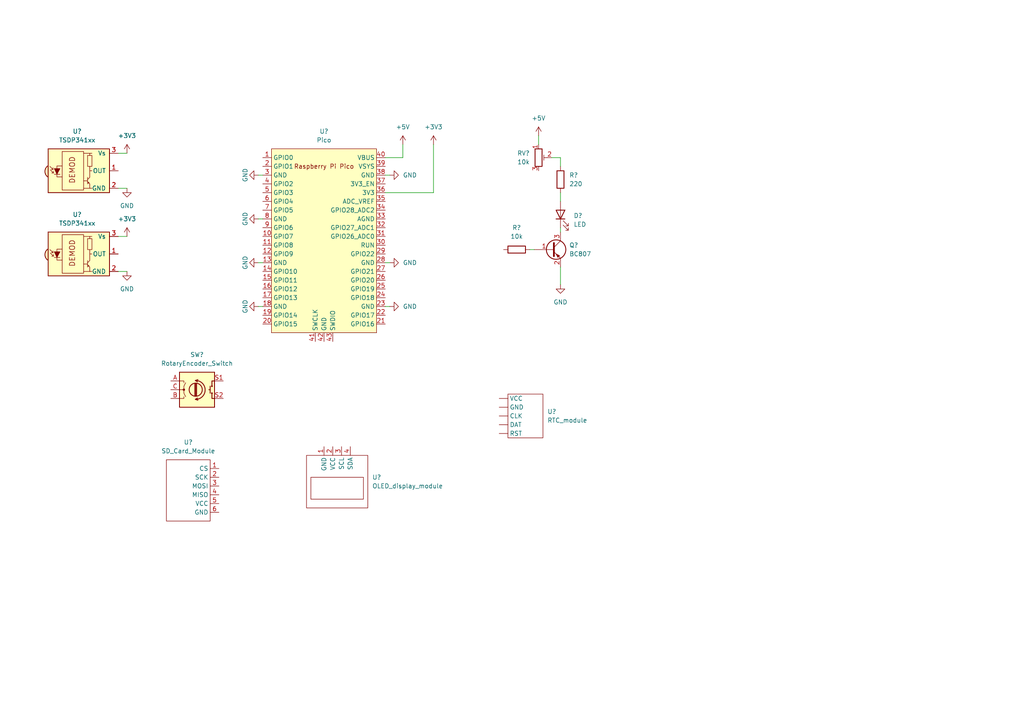
<source format=kicad_sch>
(kicad_sch (version 20211123) (generator eeschema)
  (paper "A4")
  (lib_symbols
    (symbol "Device:LED" (pin_numbers hide) (pin_names (offset 1.016) hide)
      (property "Reference" "D" (at 0 2.54 0))
      (property "Value" "LED" (at 0 -2.54 0))
      (symbol "LED_0_1"
        (polyline (pts (xy -1.27 -1.27) (xy -1.27 1.27)) (stroke (width 0.254)))
        (polyline (pts (xy -1.27 0) (xy 1.27 0)))
        (polyline (pts (xy 1.27 -1.27) (xy 1.27 1.27) (xy -1.27 0) (xy 1.27 -1.27)) (stroke (width 0.254)))
        (polyline (pts (xy -3.048 -0.762) (xy -4.572 -2.286) (xy -3.81 -2.286) (xy -4.572 -2.286) (xy -4.572 -1.524)))
        (polyline (pts (xy -1.778 -0.762) (xy -3.302 -2.286) (xy -2.54 -2.286) (xy -3.302 -2.286) (xy -3.302 -1.524)))
      )
      (symbol "LED_1_1"
        (pin passive line (at -3.81 0 0) (length 2.54) (name "K") (number "1"))
        (pin passive line (at 3.81 0 180) (length 2.54) (name "A") (number "2"))
      )
    )
    (symbol "Device:R" (pin_numbers hide) (pin_names (offset 0))
      (property "Reference" "R" (at 2.032 0 90))
      (property "Value" "R" (at 0 0 90))
      (symbol "R_0_1"
        (rectangle (start -1.016 -2.54) (end 1.016 2.54) (stroke (width 0.254)))
      )
      (symbol "R_1_1"
        (pin passive line (at 0 3.81 270) (length 1.27) (name "~") (number "1"))
        (pin passive line (at 0 -3.81 90) (length 1.27) (name "~") (number "2"))
      )
    )
    (symbol "Device:R_Potentiometer_Trim" (pin_names (offset 1.016) hide)
      (property "Reference" "RV" (at -4.445 0 90))
      (property "Value" "R_Potentiometer_Trim" (at -2.54 0 90))
      (symbol "R_Potentiometer_Trim_0_1"
        (polyline (pts (xy 1.524 0.762) (xy 1.524 -0.762)))
        (polyline (pts (xy 2.54 0) (xy 1.524 0)))
        (rectangle (start 1.016 2.54) (end -1.016 -2.54) (stroke (width 0.254)))
      )
      (symbol "R_Potentiometer_Trim_1_1"
        (pin passive line (at 0 3.81 270) (length 1.27) (name "1") (number "1"))
        (pin passive line (at 3.81 0 180) (length 1.27) (name "2") (number "2"))
        (pin passive line (at 0 -3.81 90) (length 1.27) (name "3") (number "3"))
      )
    )
    (symbol "Device:RotaryEncoder_Switch" (pin_names (offset 0.254) hide)
      (property "Reference" "SW" (at 0 6.604 0))
      (property "Value" "RotaryEncoder_Switch" (at 0 -6.604 0))
      (symbol "RotaryEncoder_Switch_0_1"
        (rectangle (start -5.08 5.08) (end 5.08 -5.08) (stroke (width 0.254)) (fill (type background)))
        (circle (center -3.81 0) (radius 0.254) (fill (type outline)))
        (arc (start -0.381 -2.794) (mid 2.3622 -0.0508) (end -0.381 2.667) (stroke (width 0.254)))
        (circle (center -0.381 0) (radius 1.905) (stroke (width 0.254)))
        (polyline (pts (xy -0.635 -1.778) (xy -0.635 1.778)) (stroke (width 0.254)))
        (polyline (pts (xy -0.381 -1.778) (xy -0.381 1.778)) (stroke (width 0.254)))
        (polyline (pts (xy -0.127 1.778) (xy -0.127 -1.778)) (stroke (width 0.254)))
        (polyline (pts (xy 3.81 0) (xy 3.429 0)) (stroke (width 0.254)))
        (polyline (pts (xy 3.81 1.016) (xy 3.81 -1.016)) (stroke (width 0.254)))
        (polyline (pts (xy -5.08 -2.54) (xy -3.81 -2.54) (xy -3.81 -2.032)))
        (polyline (pts (xy -5.08 2.54) (xy -3.81 2.54) (xy -3.81 2.032)))
        (polyline (pts (xy 0.254 -3.048) (xy -0.508 -2.794) (xy 0.127 -2.413)) (stroke (width 0.254)))
        (polyline (pts (xy 0.254 2.921) (xy -0.508 2.667) (xy 0.127 2.286)) (stroke (width 0.254)))
        (polyline (pts (xy 5.08 -2.54) (xy 4.318 -2.54) (xy 4.318 -1.016)) (stroke (width 0.254)))
        (polyline (pts (xy 5.08 2.54) (xy 4.318 2.54) (xy 4.318 1.016)) (stroke (width 0.254)))
        (polyline (pts (xy -5.08 0) (xy -3.81 0) (xy -3.81 -1.016) (xy -3.302 -2.032)))
        (polyline (pts (xy -4.318 0) (xy -3.81 0) (xy -3.81 1.016) (xy -3.302 2.032)))
        (circle (center 4.318 -1.016) (radius 0.127) (stroke (width 0.254)))
        (circle (center 4.318 1.016) (radius 0.127) (stroke (width 0.254)))
      )
      (symbol "RotaryEncoder_Switch_1_1"
        (pin passive line (at -7.62 2.54 0) (length 2.54) (name "A") (number "A"))
        (pin passive line (at -7.62 -2.54 0) (length 2.54) (name "B") (number "B"))
        (pin passive line (at -7.62 0 0) (length 2.54) (name "C") (number "C"))
        (pin passive line (at 7.62 2.54 180) (length 2.54) (name "S1") (number "S1"))
        (pin passive line (at 7.62 -2.54 180) (length 2.54) (name "S2") (number "S2"))
      )
    )
    (symbol "Interface_Optical:TSDP341xx" (pin_names (offset 1.016))
      (property "Reference" "U" (at -10.16 7.62 0))
      (property "Value" "TSDP341xx" (at -10.16 -7.62 0))
      (symbol "TSDP341xx_0_0"
        (arc (start -10.287 1.397) (mid -11.0899 -0.1852) (end -10.287 -1.778) (stroke (width 0.254)) (fill (type background)))
        (polyline (pts (xy 1.905 -5.08) (xy 0.127 -5.08)))
        (polyline (pts (xy 1.905 5.08) (xy 0.127 5.08)))
        (text "DEMOD" (at -3.175 0.254 900) (effects (font (size 1.524 1.524))))
      )
      (symbol "TSDP341xx_0_1"
        (rectangle (start -6.096 5.588) (end 0.127 -5.588))
        (polyline (pts (xy -8.763 0.381) (xy -9.652 1.27)))
        (polyline (pts (xy -8.763 0.381) (xy -9.271 0.381)))
        (polyline (pts (xy -8.763 0.381) (xy -8.763 0.889)))
        (polyline (pts (xy -8.636 -0.635) (xy -9.525 0.254)))
        (polyline (pts (xy -8.636 -0.635) (xy -9.144 -0.635)))
        (polyline (pts (xy -8.636 -0.635) (xy -8.636 -0.127)))
        (polyline (pts (xy -8.382 -1.016) (xy -6.731 -1.016)))
        (polyline (pts (xy 1.27 -2.921) (xy 0.127 -2.921)))
        (polyline (pts (xy 1.27 -1.905) (xy 1.27 -3.81)))
        (polyline (pts (xy 1.397 -3.556) (xy 1.524 -3.556)))
        (polyline (pts (xy 1.651 -3.556) (xy 1.524 -3.556)))
        (polyline (pts (xy 1.651 -3.556) (xy 1.651 -3.302)))
        (polyline (pts (xy 1.905 0) (xy 1.905 1.27)))
        (polyline (pts (xy 1.905 4.445) (xy 1.905 5.08) (xy 2.54 5.08)))
        (polyline (pts (xy -8.382 0.635) (xy -6.731 0.635) (xy -7.62 -1.016) (xy -8.382 0.635)) (fill (type outline)))
        (polyline (pts (xy -6.096 1.397) (xy -7.62 1.397) (xy -7.62 -1.778) (xy -6.096 -1.778)))
        (polyline (pts (xy 1.27 -3.175) (xy 1.905 -3.81) (xy 1.905 -5.08) (xy 2.54 -5.08)))
        (polyline (pts (xy 1.27 -2.54) (xy 1.905 -1.905) (xy 1.905 0) (xy 2.54 0)))
        (rectangle (start 2.54 1.27) (end 1.27 4.445))
        (rectangle (start 7.62 6.35) (end -10.16 -6.35) (stroke (width 0.254)) (fill (type background)))
      )
      (symbol "TSDP341xx_1_1"
        (pin output line (at 10.16 0 180) (length 2.54) (name "OUT") (number "1"))
        (pin power_in line (at 10.16 -5.08 180) (length 2.54) (name "GND") (number "2"))
        (pin power_in line (at 10.16 5.08 180) (length 2.54) (name "Vs") (number "3"))
      )
    )
    (symbol "RPi_Pico:Pico"
      (property "Reference" "U" (at -13.97 27.94 0))
      (property "Value" "Pico" (at 0 19.05 0))
      (symbol "Pico_0_0"
        (text "Raspberry Pi Pico" (at 0 21.59 0) (effects (font (size 1.27 1.27))))
      )
      (symbol "Pico_0_1"
        (rectangle (start -15.24 26.67) (end 15.24 -26.67) (fill (type background)))
      )
      (symbol "Pico_1_1"
        (pin bidirectional line (at -17.78 24.13 0) (length 2.54) (name "GPIO0") (number "1"))
        (pin bidirectional line (at -17.78 1.27 0) (length 2.54) (name "GPIO7") (number "10"))
        (pin bidirectional line (at -17.78 -1.27 0) (length 2.54) (name "GPIO8") (number "11"))
        (pin bidirectional line (at -17.78 -3.81 0) (length 2.54) (name "GPIO9") (number "12"))
        (pin power_in line (at -17.78 -6.35 0) (length 2.54) (name "GND") (number "13"))
        (pin bidirectional line (at -17.78 -8.89 0) (length 2.54) (name "GPIO10") (number "14"))
        (pin bidirectional line (at -17.78 -11.43 0) (length 2.54) (name "GPIO11") (number "15"))
        (pin bidirectional line (at -17.78 -13.97 0) (length 2.54) (name "GPIO12") (number "16"))
        (pin bidirectional line (at -17.78 -16.51 0) (length 2.54) (name "GPIO13") (number "17"))
        (pin power_in line (at -17.78 -19.05 0) (length 2.54) (name "GND") (number "18"))
        (pin bidirectional line (at -17.78 -21.59 0) (length 2.54) (name "GPIO14") (number "19"))
        (pin bidirectional line (at -17.78 21.59 0) (length 2.54) (name "GPIO1") (number "2"))
        (pin bidirectional line (at -17.78 -24.13 0) (length 2.54) (name "GPIO15") (number "20"))
        (pin bidirectional line (at 17.78 -24.13 180) (length 2.54) (name "GPIO16") (number "21"))
        (pin bidirectional line (at 17.78 -21.59 180) (length 2.54) (name "GPIO17") (number "22"))
        (pin power_in line (at 17.78 -19.05 180) (length 2.54) (name "GND") (number "23"))
        (pin bidirectional line (at 17.78 -16.51 180) (length 2.54) (name "GPIO18") (number "24"))
        (pin bidirectional line (at 17.78 -13.97 180) (length 2.54) (name "GPIO19") (number "25"))
        (pin bidirectional line (at 17.78 -11.43 180) (length 2.54) (name "GPIO20") (number "26"))
        (pin bidirectional line (at 17.78 -8.89 180) (length 2.54) (name "GPIO21") (number "27"))
        (pin power_in line (at 17.78 -6.35 180) (length 2.54) (name "GND") (number "28"))
        (pin bidirectional line (at 17.78 -3.81 180) (length 2.54) (name "GPIO22") (number "29"))
        (pin power_in line (at -17.78 19.05 0) (length 2.54) (name "GND") (number "3"))
        (pin input line (at 17.78 -1.27 180) (length 2.54) (name "RUN") (number "30"))
        (pin bidirectional line (at 17.78 1.27 180) (length 2.54) (name "GPIO26_ADC0") (number "31"))
        (pin bidirectional line (at 17.78 3.81 180) (length 2.54) (name "GPIO27_ADC1") (number "32"))
        (pin power_in line (at 17.78 6.35 180) (length 2.54) (name "AGND") (number "33"))
        (pin bidirectional line (at 17.78 8.89 180) (length 2.54) (name "GPIO28_ADC2") (number "34"))
        (pin power_in line (at 17.78 11.43 180) (length 2.54) (name "ADC_VREF") (number "35"))
        (pin power_in line (at 17.78 13.97 180) (length 2.54) (name "3V3") (number "36"))
        (pin input line (at 17.78 16.51 180) (length 2.54) (name "3V3_EN") (number "37"))
        (pin bidirectional line (at 17.78 19.05 180) (length 2.54) (name "GND") (number "38"))
        (pin power_in line (at 17.78 21.59 180) (length 2.54) (name "VSYS") (number "39"))
        (pin bidirectional line (at -17.78 16.51 0) (length 2.54) (name "GPIO2") (number "4"))
        (pin power_in line (at 17.78 24.13 180) (length 2.54) (name "VBUS") (number "40"))
        (pin input line (at -2.54 -29.21 90) (length 2.54) (name "SWCLK") (number "41"))
        (pin power_in line (at 0 -29.21 90) (length 2.54) (name "GND") (number "42"))
        (pin bidirectional line (at 2.54 -29.21 90) (length 2.54) (name "SWDIO") (number "43"))
        (pin bidirectional line (at -17.78 13.97 0) (length 2.54) (name "GPIO3") (number "5"))
        (pin bidirectional line (at -17.78 11.43 0) (length 2.54) (name "GPIO4") (number "6"))
        (pin bidirectional line (at -17.78 8.89 0) (length 2.54) (name "GPIO5") (number "7"))
        (pin power_in line (at -17.78 6.35 0) (length 2.54) (name "GND") (number "8"))
        (pin bidirectional line (at -17.78 3.81 0) (length 2.54) (name "GPIO6") (number "9"))
      )
    )
    (symbol "Transistor_BJT:BC807" (pin_names (offset 0) hide)
      (property "Reference" "Q" (at 5.08 1.905 0))
      (property "Value" "BC807" (at 5.08 0 0))
      (symbol "BC807_0_1"
        (polyline (pts (xy 0.635 0.635) (xy 2.54 2.54)))
        (polyline (pts (xy 0.635 -0.635) (xy 2.54 -2.54) (xy 2.54 -2.54)))
        (polyline (pts (xy 0.635 1.905) (xy 0.635 -1.905) (xy 0.635 -1.905)) (stroke (width 0.508)))
        (polyline (pts (xy 2.286 -1.778) (xy 1.778 -2.286) (xy 1.27 -1.27) (xy 2.286 -1.778) (xy 2.286 -1.778)) (fill (type outline)))
        (circle (center 1.27 0) (radius 2.8194) (stroke (width 0.254)))
      )
      (symbol "BC807_1_1"
        (pin input line (at -5.08 0 0) (length 5.715) (name "B") (number "1"))
        (pin passive line (at 2.54 -5.08 90) (length 2.54) (name "E") (number "2"))
        (pin passive line (at 2.54 5.08 270) (length 2.54) (name "C") (number "3"))
      )
    )
    (symbol "modules:OLED_display_module"
      (property "Reference" "U" (at -8.89 6.35 0))
      (property "Value" "OLED_display_module" (at 1.27 -11.43 0))
      (symbol "OLED_display_module_0_1"
        (rectangle (start -8.89 5.08) (end 8.89 -10.16))
        (rectangle (start -7.62 -1.27) (end 7.62 -7.62))
      )
      (symbol "OLED_display_module_1_1"
        (pin power_in line (at -3.81 7.62 270) (length 2.54) (name "GND") (number "1"))
        (pin power_in line (at -1.27 7.62 270) (length 2.54) (name "VCC") (number "2"))
        (pin input line (at 1.27 7.62 270) (length 2.54) (name "SCL") (number "3"))
        (pin input line (at 3.81 7.62 270) (length 2.54) (name "SDA") (number "4"))
      )
    )
    (symbol "modules:RTC_module"
      (property "Reference" "U" (at -3.81 10.16 0))
      (property "Value" "RTC_module" (at 1.27 7.62 0))
      (symbol "RTC_module_0_1"
        (rectangle (start -5.08 6.35) (end 5.08 -6.35))
      )
      (symbol "RTC_module_1_1"
        (pin input line (at -7.62 0 0) (length 2.54) (name "CLK") (number ""))
        (pin input line (at -7.62 -2.54 0) (length 2.54) (name "DAT") (number ""))
        (pin power_in line (at -7.62 2.54 0) (length 2.54) (name "GND") (number ""))
        (pin input line (at -7.62 -5.08 0) (length 2.54) (name "RST") (number ""))
        (pin power_in line (at -7.62 5.08 0) (length 2.54) (name "VCC") (number ""))
      )
    )
    (symbol "modules:SD_Card_Module"
      (property "Reference" "U" (at -5.08 10.16 0))
      (property "Value" "SD_Card_Module" (at -3.81 0 90))
      (symbol "SD_Card_Module_0_1"
        (rectangle (start -6.35 8.89) (end 6.35 -8.89))
      )
      (symbol "SD_Card_Module_1_1"
        (pin input line (at 8.89 6.35 180) (length 2.54) (name "CS") (number "1"))
        (pin input line (at 8.89 3.81 180) (length 2.54) (name "SCK") (number "2"))
        (pin input line (at 8.89 1.27 180) (length 2.54) (name "MOSI") (number "3"))
        (pin output line (at 8.89 -1.27 180) (length 2.54) (name "MISO") (number "4"))
        (pin power_in line (at 8.89 -3.81 180) (length 2.54) (name "VCC") (number "5"))
        (pin power_in line (at 8.89 -6.35 180) (length 2.54) (name "GND") (number "6"))
      )
    )
    (symbol "power:+3V3" (power) (pin_names (offset 0))
      (property "Value" "+3V3" (at 0 3.556 0))
      (symbol "+3V3_0_1"
        (polyline (pts (xy -0.762 1.27) (xy 0 2.54)))
        (polyline (pts (xy 0 0) (xy 0 2.54)))
        (polyline (pts (xy 0 2.54) (xy 0.762 1.27)))
      )
      (symbol "+3V3_1_1"
        (pin power_in line (at 0 0 90) (length 0) hide (name "+3V3") (number "1"))
      )
    )
    (symbol "power:+5V" (power) (pin_names (offset 0))
      (property "Value" "+5V" (at 0 3.556 0))
      (symbol "+5V_0_1"
        (polyline (pts (xy -0.762 1.27) (xy 0 2.54)))
        (polyline (pts (xy 0 0) (xy 0 2.54)))
        (polyline (pts (xy 0 2.54) (xy 0.762 1.27)))
      )
      (symbol "+5V_1_1"
        (pin power_in line (at 0 0 90) (length 0) hide (name "+5V") (number "1"))
      )
    )
    (symbol "power:GND" (power) (pin_names (offset 0))
      (property "Value" "GND" (at 0 -3.81 0))
      (symbol "GND_0_1"
        (polyline (pts (xy 0 0) (xy 0 -1.27) (xy 1.27 -1.27) (xy 0 -2.54) (xy -1.27 -1.27) (xy 0 -1.27)))
      )
      (symbol "GND_1_1"
        (pin power_in line (at 0 0 270) (length 0) hide (name "GND") (number "1"))
      )
    )
  )
  (wire (pts (xy 111.76 88.9) (xy 113.03 88.9)))
  (wire (pts (xy 74.93 50.8) (xy 76.2 50.8)))
  (wire (pts (xy 162.56 66.04) (xy 162.56 67.31)))
  (wire (pts (xy 74.93 76.2) (xy 76.2 76.2)))
  (wire (pts (xy 160.02 45.72) (xy 162.56 45.72)))
  (wire (pts (xy 162.56 55.88) (xy 162.56 58.42)))
  (wire (pts (xy 162.56 45.72) (xy 162.56 48.26)))
  (wire (pts (xy 34.29 68.58) (xy 36.83 68.58)))
  (wire (pts (xy 156.21 39.37) (xy 156.21 41.91)))
  (wire (pts (xy 111.76 45.72) (xy 116.84 45.72)))
  (wire (pts (xy 111.76 55.88) (xy 125.73 55.88)))
  (wire (pts (xy 74.93 63.5) (xy 76.2 63.5)))
  (wire (pts (xy 162.56 77.47) (xy 162.56 82.55)))
  (wire (pts (xy 34.29 78.74) (xy 36.83 78.74)))
  (wire (pts (xy 116.84 45.72) (xy 116.84 41.91)))
  (wire (pts (xy 153.67 72.39) (xy 154.94 72.39)))
  (wire (pts (xy 111.76 76.2) (xy 113.03 76.2)))
  (wire (pts (xy 34.29 54.61) (xy 36.83 54.61)))
  (wire (pts (xy 74.93 88.9) (xy 76.2 88.9)))
  (wire (pts (xy 34.29 44.45) (xy 36.83 44.45)))
  (wire (pts (xy 111.76 50.8) (xy 113.03 50.8)))
  (wire (pts (xy 125.73 55.88) (xy 125.73 41.91)))
  (symbol (lib_id "power:GND") (at 113.03 88.9 90) (unit 1)
    (property "Reference" "#PWR?" (effects hide))
    (property "Value" "GND" (at 116.84 88.8999 90) (effects (justify right)))
  )
  (symbol (lib_id "power:+3V3") (at 125.73 41.91 0) (unit 1)
    (property "Reference" "#PWR?" (effects hide))
    (property "Value" "+3V3" (at 125.73 36.83 0))
  )
  (symbol (lib_id "power:GND") (at 74.93 63.5 270) (unit 1)
    (property "Reference" "#PWR?" (effects hide))
    (property "Value" "GND" (at 71.12 63.5 0))
  )
  (symbol (lib_id "power:GND") (at 74.93 50.8 270) (unit 1)
    (property "Reference" "#PWR?" (effects hide))
    (property "Value" "GND" (at 71.12 50.8 0))
  )
  (symbol (lib_id "power:GND") (at 36.83 54.61 0) (unit 1)
    (property "Reference" "#PWR?" (effects hide))
    (property "Value" "GND" (at 36.83 59.69 0))
  )
  (symbol (lib_id "Device:R") (at 162.56 52.07 0) (unit 1)
    (property "Reference" "R?" (at 165.1 50.7999 0) (effects (justify left)))
    (property "Value" "220" (at 165.1 53.3399 0) (effects (justify left)))
  )
  (symbol (lib_id "power:GND") (at 162.56 82.55 0) (unit 1)
    (property "Reference" "#PWR?" (effects hide))
    (property "Value" "GND" (at 162.56 87.63 0))
  )
  (symbol (lib_id "power:GND") (at 36.83 78.74 0) (unit 1)
    (property "Reference" "#PWR?" (effects hide))
    (property "Value" "GND" (at 36.83 83.82 0))
  )
  (symbol (lib_id "Device:RotaryEncoder_Switch") (at 57.15 113.03 0) (unit 1)
    (property "Reference" "SW?" (at 57.15 102.87 0))
    (property "Value" "RotaryEncoder_Switch" (at 57.15 105.41 0))
  )
  (symbol (lib_id "power:GND") (at 74.93 88.9 270) (unit 1)
    (property "Reference" "#PWR?" (effects hide))
    (property "Value" "GND" (at 71.12 88.9 0))
  )
  (symbol (lib_id "RPi_Pico:Pico") (at 93.98 69.85 0) (unit 1)
    (property "Reference" "U?" (at 93.98 38.1 0))
    (property "Value" "Pico" (at 93.98 40.64 0))
    (property "Footprint" "RPi_Pico:RPi_Pico_SMD_TH" (effects hide))
  )
  (symbol (lib_id "Device:LED") (at 162.56 62.23 90) (unit 1)
    (property "Reference" "D?" (at 166.37 62.5474 90) (effects (justify right)))
    (property "Value" "LED" (at 166.37 65.0874 90) (effects (justify right)))
  )
  (symbol (lib_id "Interface_Optical:TSDP341xx") (at 24.13 73.66 0) (unit 1)
    (property "Reference" "U?" (at 22.395 62.23 0))
    (property "Value" "TSDP341xx" (at 22.395 64.77 0))
    (property "Footprint" "OptoDevice:Vishay_MOLD-3Pin" (effects hide))
    (property "Datasheet" "http://www.vishay.com/docs/82667/tsdp341.pdf" (effects hide))
  )
  (symbol (lib_id "power:+5V") (at 116.84 41.91 0) (unit 1)
    (property "Reference" "#PWR?" (effects hide))
    (property "Value" "+5V" (at 116.84 36.83 0))
  )
  (symbol (lib_id "Device:R") (at 149.86 72.39 90) (unit 1)
    (property "Reference" "R?" (at 149.86 66.04 90))
    (property "Value" "10k" (at 149.86 68.58 90))
  )
  (symbol (lib_id "modules:RTC_module") (at 152.4 120.65 0) (unit 1)
    (property "Reference" "U?" (at 158.75 119.3799 0) (effects (justify left)))
    (property "Value" "RTC_module" (at 158.75 121.9199 0) (effects (justify left)))
  )
  (symbol (lib_id "power:+3V3") (at 36.83 44.45 0) (unit 1)
    (property "Reference" "#PWR?" (effects hide))
    (property "Value" "+3V3" (at 36.83 39.37 0))
  )
  (symbol (lib_id "power:GND") (at 113.03 50.8 90) (unit 1)
    (property "Reference" "#PWR?" (effects hide))
    (property "Value" "GND" (at 116.84 50.7999 90) (effects (justify right)))
  )
  (symbol (lib_id "power:GND") (at 113.03 76.2 90) (unit 1)
    (property "Reference" "#PWR?" (effects hide))
    (property "Value" "GND" (at 116.84 76.1999 90) (effects (justify right)))
  )
  (symbol (lib_id "power:GND") (at 74.93 76.2 270) (unit 1)
    (property "Reference" "#PWR?" (effects hide))
    (property "Value" "GND" (at 71.12 76.2 0))
  )
  (symbol (lib_id "modules:SD_Card_Module") (at 54.61 142.24 0) (unit 1)
    (property "Reference" "U?" (at 54.61 128.27 0))
    (property "Value" "SD_Card_Module" (at 54.61 130.81 0))
  )
  (symbol (lib_id "modules:OLED_display_module") (at 97.79 137.16 0) (unit 1)
    (property "Reference" "U?" (at 107.95 138.4299 0) (effects (justify left)))
    (property "Value" "OLED_display_module" (at 107.95 140.9699 0) (effects (justify left)))
  )
  (symbol (lib_id "power:+3V3") (at 36.83 68.58 0) (unit 1)
    (property "Reference" "#PWR?" (effects hide))
    (property "Value" "+3V3" (at 36.83 63.5 0))
  )
  (symbol (lib_id "Device:R_Potentiometer_Trim") (at 156.21 45.72 0) (unit 1)
    (property "Reference" "RV?" (at 153.67 44.4499 0) (effects (justify right)))
    (property "Value" "10k" (at 153.67 46.99 0) (effects (justify right)))
  )
  (symbol (lib_id "Interface_Optical:TSDP341xx") (at 24.13 49.53 0) (unit 1)
    (property "Reference" "U?" (at 22.395 38.1 0))
    (property "Value" "TSDP341xx" (at 22.395 40.64 0))
    (property "Footprint" "OptoDevice:Vishay_MOLD-3Pin" (effects hide))
    (property "Datasheet" "http://www.vishay.com/docs/82667/tsdp341.pdf" (effects hide))
  )
  (symbol (lib_id "Transistor_BJT:BC807") (at 160.02 72.39 0) (unit 1)
    (property "Reference" "Q?" (at 165.1 71.1199 0) (effects (justify left)))
    (property "Value" "BC807" (at 165.1 73.6599 0) (effects (justify left)))
    (property "Footprint" "Package_TO_SOT_SMD:SOT-23" (effects hide))
    (property "Datasheet" "https://www.onsemi.com/pub/Collateral/BC808-D.pdf" (effects hide))
  )
  (symbol (lib_id "power:+5V") (at 156.21 39.37 0) (unit 1)
    (property "Reference" "#PWR?" (effects hide))
    (property "Value" "+5V" (at 156.21 34.29 0))
  )
)
</source>
